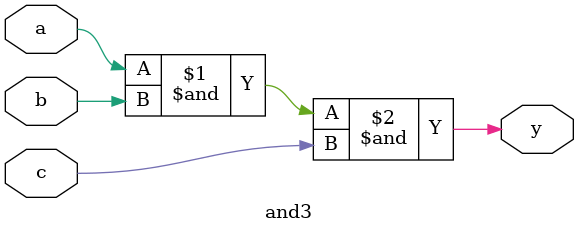
<source format=v>
module and3(input a, input b, input c, output y);
    and(y, a, b, c);
endmodule
</source>
